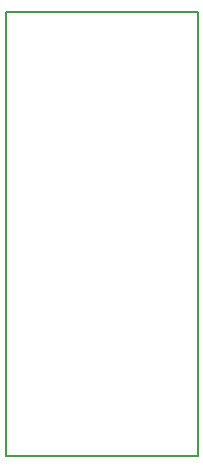
<source format=gbr>
G04 #@! TF.FileFunction,Profile,NP*
%FSLAX46Y46*%
G04 Gerber Fmt 4.6, Leading zero omitted, Abs format (unit mm)*
G04 Created by KiCad (PCBNEW 4.1.0-alpha+201608211231+7083~46~ubuntu16.04.1-product) date Thu Sep  1 03:40:51 2016*
%MOMM*%
%LPD*%
G01*
G04 APERTURE LIST*
%ADD10C,0.100000*%
%ADD11C,0.127000*%
G04 APERTURE END LIST*
D10*
D11*
X0Y3683000D02*
X0Y0D01*
X16256000Y0D02*
X16256000Y3683000D01*
X16256000Y4445000D02*
X16256000Y3683000D01*
X0Y4445000D02*
X0Y3683000D01*
X16256000Y0D02*
X0Y0D01*
X0Y37592000D02*
X0Y4445000D01*
X16256000Y37592000D02*
X16256000Y4445000D01*
X0Y37592000D02*
X16256000Y37592000D01*
M02*

</source>
